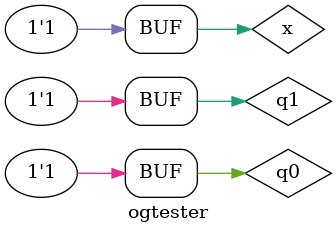
<source format=v>
`include "og.v"
module ogtester ();

    reg q1, q0, x;
    wire z;

    og     og0(q1, q0, x, z);

    initial begin
        $monitor ("%4d: q1 = %b, q0 = %b, x = %b, z = %b", $time, q1, q0, x, z);
        #10 q1 = 0; q0 = 0; x = 0;
        #10 q1 = 0; q0 = 0; x = 1;
        #10 q1 = 0; q0 = 1; x = 0;
        #10 q1 = 0; q0 = 1; x = 1;
        #10 q1 = 1; q0 = 0; x = 0;
        #10 q1 = 1; q0 = 0; x = 1;
        #10 q1 = 1; q0 = 1; x = 0;
        #10 q1 = 1; q0 = 1; x = 1;
    end
endmodule

</source>
